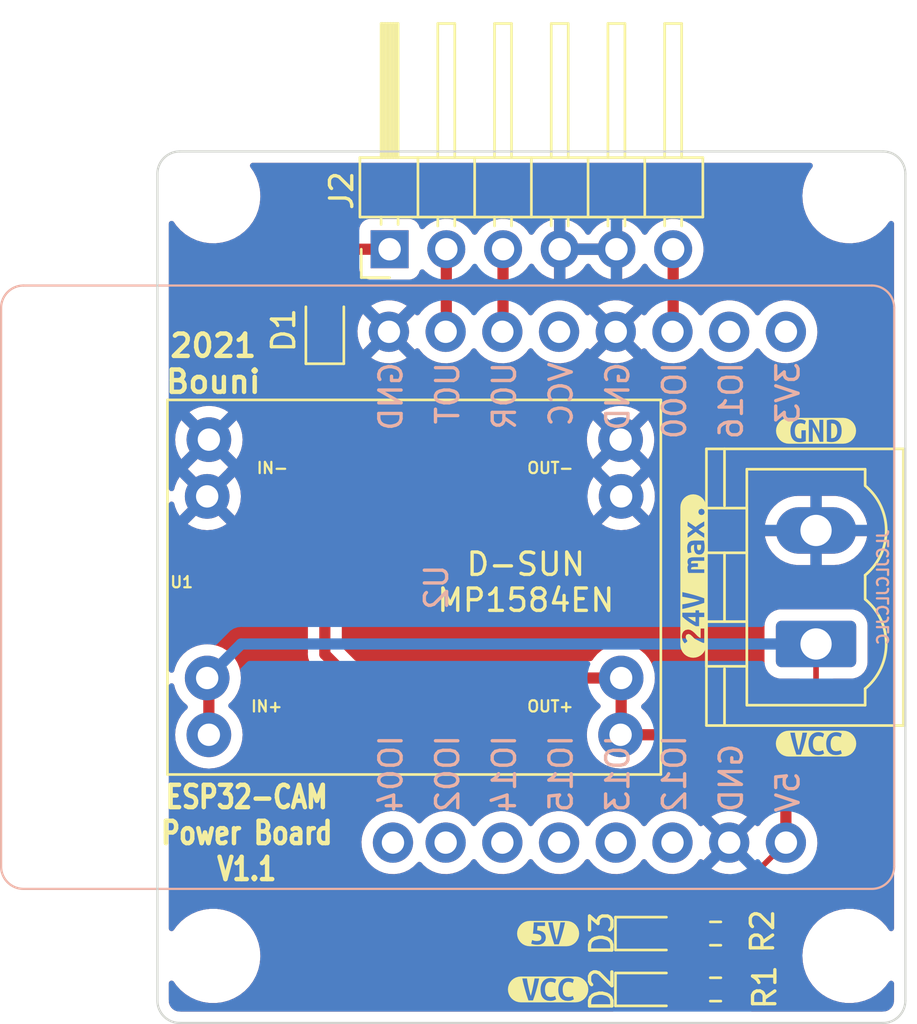
<source format=kicad_pcb>
(kicad_pcb (version 20210722) (generator pcbnew)
  (layers (0 "F.Cu" signal) (31 "B.Cu" signal) (34 "B.Paste" user) (35 "F.Paste" user) (36 "B.SilkS" user "B.Silkscreen") (37 "F.SilkS" user "F.Silkscreen") (38 "B.Mask" user) (39 "F.Mask" user) (44 "Edge.Cuts" user))
  (net 0 "")
  (net 1 "+5V")
  (net 2 "Net-(D1-Pad2)")
  (net 3 "GND")
  (net 4 "Net-(D2-Pad2)")
  (net 5 "Net-(D3-Pad2)")
  (net 6 "VCC")
  (net 7 "TX")
  (net 8 "RX")
  (net 9 "BOOT")
  (footprint "LED_SMD:LED_0603_1608Metric" (layer "F.Cu") (at 72.5 65)
    (fp_text reference "D3" (at -2.1 0 90) (layer "F.SilkS"))
    (fp_text value "LED_G")
    (fp_line (start -1.485 -0.735) (end -1.485 0.735) (layer "F.SilkS") (width 0.12))
    (fp_line (start -1.485 0.735) (end 0.8 0.735) (layer "F.SilkS") (width 0.12))
    (fp_line (start 0.8 -0.735) (end -1.485 -0.735) (layer "F.SilkS") (width 0.12))
    (pad "1" smd roundrect locked (at -0.7875 0) (size 0.875 0.95) (layers "F.Cu" "F.Paste" "F.Mask") (net 3 "GND"))
    (pad "2" smd roundrect locked (at 0.7875 0) (size 0.875 0.95) (layers "F.Cu" "F.Paste" "F.Mask") (net 5 "Net-(D3-Pad2)"))
  )
  (footprint "MountingHole:MountingHole_3.2mm_M3_ISO14580" (layer "F.Cu") (at 53 32)
    (fp_text reference "H4" hide)
    (fp_text value "MountingHole" hide)
    (pad "1" np_thru_hole circle locked (at 0 0) (size 3.2 3.2) (drill 3.2) (layers *.Cu *.Mask))
  )
  (footprint "MountingHole:MountingHole_3.2mm_M3_ISO14580" (layer "F.Cu") (at 53 66)
    (fp_text reference "H3" hide)
    (fp_text value "MountingHole" hide)
    (pad "1" np_thru_hole circle locked (at 0 0) (size 3.2 3.2) (drill 3.2) (layers *.Cu *.Mask))
  )
  (footprint "kibuzzard-611BC015" (layer "F.Cu") (at 68 67.5)
    (fp_text reference "kibuzzard-611BC015" hide)
    (fp_text value "G***" hide)
    (fp_poly (pts (xy -1.1557 -0.578908) (xy -1.1557 -0.490538) (xy -0.949325 -0.490538) (xy -0.937419 -0.408186) (xy -0.92075 -0.313531) (xy -0.900708 -0.211138) (xy -0.878681 -0.105569) (xy -0.854869 0.000794) (xy -0.829469 0.105569) (xy -0.803473 0.204192) (xy -0.777875 0.2921) (xy -0.752475 0.205383) (xy -0.727075 0.107156) (xy -0.702469 0.002381) (xy -0.67945 -0.103981) (xy -0.658019 -0.209748) (xy -0.638175 -0.312738) (xy -0.620713 -0.407988) (xy -0.606425 -0.490538) (xy -0.401638 -0.490538) (xy -0.42287 -0.389731) (xy -0.448469 -0.277813) (xy -0.478234 -0.157361) (xy -0.511969 -0.030956) (xy -0.312341 0.217884) (xy -0.332879 0.115987) (xy -0.339725 0) (xy -0.331391 -0.115491) (xy -0.306388 -0.217488) (xy -0.266502 -0.305395) (xy -0.213519 -0.378619) (xy -0.148431 -0.436563) (xy -0.072231 -0.478631) (xy 0.013295 -0.50423) (xy 0.106363 -0.512763) (xy 0.200819 -0.504031) (xy 0.274638 -0.484188) (xy 0.327819 -0.460375) (xy 0.360363 -0.441325) (xy 0.309563 -0.28575) (xy 0.221456 -0.326231) (xy 0.103188 -0.3429) (xy 0.013494 -0.326231) (xy -0.064294 -0.270669) (xy -0.119856 -0.166688) (xy -0.13593 -0.093663) (xy -0.141288 -0.004763) (xy 0.563563 0.379413) (xy 0.51564 0.305693) (xy 0.481409 0.217884) (xy 0.460871 0.115987) (xy 0.454025 0) (xy 0.462359 -0.115491) (xy 0.487363 -0.217488) (xy 0.527248 -0.305395) (xy 0.580231 -0.378619) (xy 0.645319 -0.436563) (xy 0.721519 -0.478631) (xy 0.807045 -0.50423) (xy 0.900113 -0.512763) (xy 0.994569 -0.504031) (xy 1.068388 -0.484188) (xy 1.121569 -0.460375) (xy 1.154113 -0.441325) (xy 1.103313 -0.28575) (xy 1.015206 -0.326231) (xy 0.896938 -0.3429) (xy 0.807244 -0.326231) (xy 0.729456 -0.270669) (xy 0.673894 -0.166688) (xy 0.65782 -0.093663) (xy 0.652463 -0.004763) (xy 0.658901 0.09869) (xy 0.678215 0.184679) (xy 0.710406 0.253206) (xy 0.786805 0.320477) (xy 0.900113 0.3429) (xy 1.026319 0.325438) (xy 1.106488 0.290513) (xy 1.1557 0.4445) (xy 1.043781 0.491331) (xy 0.96778 0.507405) (xy 0.881063 0.512763) (xy 0.753357 0.497946) (xy 0.647524 0.453496) (xy 0.563563 0.379413) (xy -0.141288 -0.004763) (xy -0.134849 0.09869) (xy -0.115535 0.184679) (xy -0.083344 0.253206) (xy -0.006945 0.320477) (xy 0.106363 0.3429) (xy 0.232569 0.325438) (xy 0.312738 0.290513) (xy 0.36195 0.4445) (xy 0.250031 0.491331) (xy 0.17403 0.507405) (xy 0.087313 0.512763) (xy -0.040393 0.497946) (xy -0.146226 0.453496) (xy -0.230188 0.379413) (xy -0.27811 0.305693) (xy -0.312341 0.217884) (xy -0.511969 -0.030956) (xy -0.536575 0.055827) (xy -0.562769 0.143669) (xy -0.59055 0.232569) (xy -0.619478 0.321028) (xy -0.649111 0.407547) (xy -0.67945 0.492125) (xy -0.881063 0.492125) (xy -0.920353 0.375444) (xy -0.962025 0.244475) (xy -0.990071 0.152488) (xy -1.017058 0.060678) (xy -1.042988 -0.030956) (xy -1.067506 -0.120826) (xy -1.09026 -0.207345) (xy -1.11125 -0.290513) (xy -1.137444 -0.401638) (xy -1.1557 -0.490538) (xy -1.1557 -0.578908) (xy -1.221846 -0.578908) (xy -1.334785 -0.567785) (xy -1.443384 -0.534842) (xy -1.54347 -0.481345) (xy -1.631196 -0.40935) (xy -1.703191 -0.321624) (xy -1.756687 -0.221539) (xy -1.789631 -0.112939) (xy -1.800754 0) (xy -1.789631 0.112939) (xy -1.756687 0.221539) (xy -1.703191 0.321624) (xy -1.631196 0.40935) (xy -1.54347 0.481345) (xy -1.443384 0.534842) (xy -1.334785 0.567785) (xy -1.221846 0.578908) (xy -1.1557 0.578908) (xy 1.1557 0.578908) (xy 1.221846 0.578908) (xy 1.334785 0.567785) (xy 1.443384 0.534842) (xy 1.54347 0.481345) (xy 1.631196 0.40935) (xy 1.703191 0.321624) (xy 1.756687 0.221539) (xy 1.789631 0.112939) (xy 1.800754 0) (xy 1.789631 -0.112939) (xy 1.756687 -0.221539) (xy 1.703191 -0.321624) (xy 1.631196 -0.40935) (xy 1.54347 -0.481345) (xy 1.443384 -0.534842) (xy 1.334785 -0.567785) (xy 1.221846 -0.578908) (xy 1.1557 -0.578908) (xy -1.1557 -0.578908)) (layer "F.SilkS") (width 0) (fill solid))
  )
  (footprint "Resistor_SMD:R_0603_1608Metric" (layer "F.Cu") (at 75.5 67.5 180)
    (fp_text reference "R1" (at -2.2 0.1 90) (layer "F.SilkS"))
    (fp_text value "10k")
    (fp_line (start -0.237258 0.5225) (end 0.237258 0.5225) (layer "F.SilkS") (width 0.12))
    (fp_line (start -0.237258 -0.5225) (end 0.237258 -0.5225) (layer "F.SilkS") (width 0.12))
    (pad "1" smd roundrect locked (at -0.825 0 180) (size 0.8 0.95) (layers "F.Cu" "F.Paste" "F.Mask") (net 6 "VCC"))
    (pad "2" smd roundrect locked (at 0.825 0 180) (size 0.8 0.95) (layers "F.Cu" "F.Paste" "F.Mask") (net 4 "Net-(D2-Pad2)"))
  )
  (footprint "bouni:D-SUN-MP1584EN" (layer "F.Cu") (at 62 49.5)
    (fp_text reference "U1" (at -10.414 -0.224 -180) (layer "F.SilkS") (effects (font (size 0.5 0.5) (thickness 0.1))))
    (fp_text value "D-SUN-MP1584EN")
    (fp_text user "OUT-" (at 6.096 -5.334 -180) (layer "F.SilkS") (effects (font (size 0.5 0.5) (thickness 0.1))))
    (fp_text user "IN-" (at -6.35 -5.334 -180) (layer "F.SilkS") (effects (font (size 0.5 0.5) (thickness 0.1))))
    (fp_text user "IN+" (at -6.604 5.334 -180) (layer "F.SilkS") (effects (font (size 0.5 0.5) (thickness 0.1))))
    (fp_text user "OUT+" (at 6.096 5.334 -180) (layer "F.SilkS") (effects (font (size 0.5 0.5) (thickness 0.1))))
    (fp_line (start 11.049 -8.382) (end 11.049 8.382) (layer "F.SilkS") (width 0.12))
    (fp_line (start -11.049 -8.382) (end 11.049 -8.382) (layer "F.SilkS") (width 0.12))
    (fp_line (start 11.049 8.382) (end -11.049 8.382) (layer "F.SilkS") (width 0.12))
    (fp_line (start -11.049 8.382) (end -11.049 -8.382) (layer "F.SilkS") (width 0.12))
    (pad "1" thru_hole circle locked (at -9.1948 -6.604) (size 2 2) (drill 1) (layers *.Cu *.Mask) (net 3 "GND"))
    (pad "2" thru_hole circle locked (at -9.271 -4.064) (size 2 2) (drill 1) (layers *.Cu *.Mask) (net 3 "GND"))
    (pad "3" thru_hole circle locked (at -9.271 4.064) (size 2 2) (drill 1) (layers *.Cu *.Mask) (net 6 "VCC"))
    (pad "4" thru_hole circle locked (at -9.1948 6.604) (size 2 2) (drill 1) (layers *.Cu *.Mask) (net 6 "VCC"))
    (pad "5" thru_hole circle locked (at 9.2456 -6.604) (size 2 2) (drill 1) (layers *.Cu *.Mask) (net 3 "GND"))
    (pad "6" thru_hole circle locked (at 9.271 -4.064) (size 2 2) (drill 1) (layers *.Cu *.Mask) (net 3 "GND"))
    (pad "7" thru_hole circle locked (at 9.271 4.064) (size 2 2) (drill 1) (layers *.Cu *.Mask) (net 1 "+5V"))
    (pad "8" thru_hole circle locked (at 9.2456 6.604) (size 2 2) (drill 1) (layers *.Cu *.Mask) (net 1 "+5V"))
  )
  (footprint "Resistor_SMD:R_0603_1608Metric" (layer "F.Cu") (at 75.5 65 180)
    (fp_text reference "R2" (at -2.1 0.1 90) (layer "F.SilkS"))
    (fp_text value "10k")
    (fp_line (start -0.237258 -0.5225) (end 0.237258 -0.5225) (layer "F.SilkS") (width 0.12))
    (fp_line (start -0.237258 0.5225) (end 0.237258 0.5225) (layer "F.SilkS") (width 0.12))
    (pad "1" smd roundrect locked (at -0.825 0 180) (size 0.8 0.95) (layers "F.Cu" "F.Paste" "F.Mask") (net 1 "+5V"))
    (pad "2" smd roundrect locked (at 0.825 0 180) (size 0.8 0.95) (layers "F.Cu" "F.Paste" "F.Mask") (net 5 "Net-(D3-Pad2)"))
  )
  (footprint "LED_SMD:LED_0603_1608Metric" (layer "F.Cu") (at 72.5 67.5)
    (fp_text reference "D2" (at -2.1 0 90) (layer "F.SilkS"))
    (fp_text value "LED_R")
    (fp_line (start -1.485 0.735) (end 0.8 0.735) (layer "F.SilkS") (width 0.12))
    (fp_line (start 0.8 -0.735) (end -1.485 -0.735) (layer "F.SilkS") (width 0.12))
    (fp_line (start -1.485 -0.735) (end -1.485 0.735) (layer "F.SilkS") (width 0.12))
    (pad "1" smd roundrect locked (at -0.7875 0) (size 0.875 0.95) (layers "F.Cu" "F.Paste" "F.Mask") (net 3 "GND"))
    (pad "2" smd roundrect locked (at 0.7875 0) (size 0.875 0.95) (layers "F.Cu" "F.Paste" "F.Mask") (net 4 "Net-(D2-Pad2)"))
  )
  (footprint "Connector_Phoenix_MSTB:PhoenixContact_MSTBVA_2,5_2-G-5,08_1x02_P5.08mm_Vertical" (layer "F.Cu") (at 80 52.04 90)
    (fp_text reference "J1" hide)
    (fp_text value "Conn_01x02_Female" hide)
    (fp_line (start -0.3 -5.71) (end 0.3 -5.71) (layer "F.SilkS") (width 0.12))
    (fp_line (start -2 2.2) (end -2.74 2.2) (layer "F.SilkS") (width 0.12))
    (fp_line (start 4.08 -3.1) (end 4.08 -4.91) (layer "F.SilkS") (width 0.12))
    (fp_line (start 0 -5.11) (end -0.3 -5.71) (layer "F.SilkS") (width 0.12))
    (fp_line (start 8.73 -4.91) (end -3.65 -4.91) (layer "F.SilkS") (width 0.12))
    (fp_line (start 7.82 2.2) (end 7.08 2.2) (layer "F.SilkS") (width 0.12))
    (fp_line (start -3.65 3.91) (end 8.73 3.91) (layer "F.SilkS") (width 0.12))
    (fp_line (start 4.08 -4.91) (end 6.08 -4.91) (layer "F.SilkS") (width 0.12))
    (fp_line (start 2 2.2) (end 3.08 2.2) (layer "F.SilkS") (width 0.12))
    (fp_line (start 1 -3.1) (end -1 -3.1) (layer "F.SilkS") (width 0.12))
    (fp_line (start -2.74 -3.1) (end 7.82 -3.1) (layer "F.SilkS") (width 0.12))
    (fp_line (start 6.08 -4.91) (end 6.08 -3.1) (layer "F.SilkS") (width 0.12))
    (fp_line (start -1 -3.1) (end -1 -4.91) (layer "F.SilkS") (width 0.12))
    (fp_line (start -1 -4.91) (end 1 -4.91) (layer "F.SilkS") (width 0.12))
    (fp_line (start 7.82 -3.1) (end 7.82 2.2) (layer "F.SilkS") (width 0.12))
    (fp_line (start -2.74 2.2) (end -2.74 -3.1) (layer "F.SilkS") (width 0.12))
    (fp_line (start -3.65 -4.1) (end -1.11 -4.1) (layer "F.SilkS") (width 0.12))
    (fp_line (start -3.65 -4.91) (end -3.65 3.91) (layer "F.SilkS") (width 0.12))
    (fp_line (start 8.73 -4.1) (end 6.19 -4.1) (layer "F.SilkS") (width 0.12))
    (fp_line (start 1 -4.91) (end 1 -3.1) (layer "F.SilkS") (width 0.12))
    (fp_line (start 6.08 -3.1) (end 4.08 -3.1) (layer "F.SilkS") (width 0.12))
    (fp_line (start 8.73 3.91) (end 8.73 -4.91) (layer "F.SilkS") (width 0.12))
    (fp_line (start 0.3 -5.71) (end 0 -5.11) (layer "F.SilkS") (width 0.12))
    (fp_line (start 1 -4.1) (end 4.08 -4.1) (layer "F.SilkS") (width 0.12))
    (fp_arc (start 0 0.55) (end -2 2.2) (angle -100.5) (layer "F.SilkS") (width 0.12))
    (fp_arc (start 5.08 0.55) (end 3.08 2.2) (angle -100.5) (layer "F.SilkS") (width 0.12))
    (pad "1" thru_hole roundrect locked (at 0 0 90) (size 2.08 3.6) (drill 1.4) (layers *.Cu *.Mask) (roundrect_rratio 0.120192) (net 6 "VCC"))
    (pad "2" thru_hole oval locked (at 5.08 0 90) (size 2.08 3.6) (drill 1.4) (layers *.Cu *.Mask) (net 3 "GND"))
  )
  (footprint "Connector_PinHeader_2.54mm:PinHeader_1x06_P2.54mm_Horizontal" (layer "F.Cu") (at 60.9 34.375 90)
    (fp_text reference "J2" (at 2.625 -2.15 90) (layer "F.SilkS"))
    (fp_text value "Conn_01x06_Male")
    (fp_line (start 10.1 0.38) (end 4.1 0.38) (layer "F.SilkS") (width 0.12))
    (fp_line (start 10.1 12.32) (end 10.1 13.08) (layer "F.SilkS") (width 0.12))
    (fp_line (start 1.042929 12.32) (end 1.44 12.32) (layer "F.SilkS") (width 0.12))
    (fp_line (start 1.11 -0.38) (end 1.44 -0.38) (layer "F.SilkS") (width 0.12))
    (fp_line (start 1.042929 7.24) (end 1.44 7.24) (layer "F.SilkS") (width 0.12))
    (fp_line (start -1.27 0) (end -1.27 -1.27) (layer "F.SilkS") (width 0.12))
    (fp_line (start 4.1 4.7) (end 10.1 4.7) (layer "F.SilkS") (width 0.12))
    (fp_line (start 1.042929 10.54) (end 1.44 10.54) (layer "F.SilkS") (width 0.12))
    (fp_line (start 4.1 -1.33) (end 1.44 -1.33) (layer "F.SilkS") (width 0.12))
    (fp_line (start 4.1 0.16) (end 10.1 0.16) (layer "F.SilkS") (width 0.12))
    (fp_line (start 10.1 10.54) (end 4.1 10.54) (layer "F.SilkS") (width 0.12))
    (fp_line (start 10.1 9.78) (end 10.1 10.54) (layer "F.SilkS") (width 0.12))
    (fp_line (start 1.44 1.27) (end 4.1 1.27) (layer "F.SilkS") (width 0.12))
    (fp_line (start 1.44 8.89) (end 4.1 8.89) (layer "F.SilkS") (width 0.12))
    (fp_line (start 1.44 6.35) (end 4.1 6.35) (layer "F.SilkS") (width 0.12))
    (fp_line (start 10.1 4.7) (end 10.1 5.46) (layer "F.SilkS") (width 0.12))
    (fp_line (start 10.1 8) (end 4.1 8) (layer "F.SilkS") (width 0.12))
    (fp_line (start 1.042929 2.92) (end 1.44 2.92) (layer "F.SilkS") (width 0.12))
    (fp_line (start 1.44 11.43) (end 4.1 11.43) (layer "F.SilkS") (width 0.12))
    (fp_line (start 4.1 -0.38) (end 10.1 -0.38) (layer "F.SilkS") (width 0.12))
    (fp_line (start 1.11 0.38) (end 1.44 0.38) (layer "F.SilkS") (width 0.12))
    (fp_line (start 4.1 12.32) (end 10.1 12.32) (layer "F.SilkS") (width 0.12))
    (fp_line (start 10.1 -0.38) (end 10.1 0.38) (layer "F.SilkS") (width 0.12))
    (fp_line (start 1.44 -1.33) (end 1.44 14.03) (layer "F.SilkS") (width 0.12))
    (fp_line (start 1.042929 8) (end 1.44 8) (layer "F.SilkS") (width 0.12))
    (fp_line (start 1.44 14.03) (end 4.1 14.03) (layer "F.SilkS") (width 0.12))
    (fp_line (start 10.1 13.08) (end 4.1 13.08) (layer "F.SilkS") (width 0.12))
    (fp_line (start 1.042929 2.16) (end 1.44 2.16) (layer "F.SilkS") (width 0.12))
    (fp_line (start 1.44 3.81) (end 4.1 3.81) (layer "F.SilkS") (width 0.12))
    (fp_line (start 1.042929 4.7) (end 1.44 4.7) (layer "F.SilkS") (width 0.12))
    (fp_line (start 4.1 -0.2) (end 10.1 -0.2) (layer "F.SilkS") (width 0.12))
    (fp_line (start 1.042929 5.46) (end 1.44 5.46) (layer "F.SilkS") (width 0.12))
    (fp_line (start 10.1 5.46) (end 4.1 5.46) (layer "F.SilkS") (width 0.12))
    (fp_line (start 4.1 0.04) (end 10.1 0.04) (layer "F.SilkS") (width 0.12))
    (fp_line (start 4.1 7.24) (end 10.1 7.24) (layer "F.SilkS") (width 0.12))
    (fp_line (start 4.1 -0.32) (end 10.1 -0.32) (layer "F.SilkS") (width 0.12))
    (fp_line (start 10.1 2.16) (end 10.1 2.92) (layer "F.SilkS") (width 0.12))
    (fp_line (start 10.1 7.24) (end 10.1 8) (layer "F.SilkS") (width 0.12))
    (fp_line (start -1.27 -1.27) (end 0 -1.27) (layer "F.SilkS") (width 0.12))
    (fp_line (start 1.042929 13.08) (end 1.44 13.08) (layer "F.SilkS") (width 0.12))
    (fp_line (start 10.1 2.92) (end 4.1 2.92) (layer "F.SilkS") (width 0.12))
    (fp_line (start 4.1 -0.08) (end 10.1 -0.08) (layer "F.SilkS") (width 0.12))
    (fp_line (start 4.1 0.28) (end 10.1 0.28) (layer "F.SilkS") (width 0.12))
    (fp_line (start 4.1 14.03) (end 4.1 -1.33) (layer "F.SilkS") (width 0.12))
    (fp_line (start 1.042929 9.78) (end 1.44 9.78) (layer "F.SilkS") (width 0.12))
    (fp_line (start 4.1 9.78) (end 10.1 9.78) (layer "F.SilkS") (width 0.12))
    (fp_line (start 4.1 2.16) (end 10.1 2.16) (layer "F.SilkS") (width 0.12))
    (pad "1" thru_hole rect locked (at 0 0 90) (size 1.7 1.7) (drill 1) (layers *.Cu *.Mask) (net 2 "Net-(D1-Pad2)"))
    (pad "2" thru_hole oval locked (at 0 2.54 90) (size 1.7 1.7) (drill 1) (layers *.Cu *.Mask) (net 7 "TX"))
    (pad "3" thru_hole oval locked (at 0 5.08 90) (size 1.7 1.7) (drill 1) (layers *.Cu *.Mask) (net 8 "RX"))
    (pad "4" thru_hole oval locked (at 0 7.62 90) (size 1.7 1.7) (drill 1) (layers *.Cu *.Mask) (net 3 "GND"))
    (pad "5" thru_hole oval locked (at 0 10.16 90) (size 1.7 1.7) (drill 1) (layers *.Cu *.Mask) (net 3 "GND"))
    (pad "6" thru_hole oval locked (at 0 12.7 90) (size 1.7 1.7) (drill 1) (layers *.Cu *.Mask) (net 9 "BOOT"))
  )
  (footprint "kibuzzard-611BBF3F" (layer "F.Cu") (at 80 42.5)
    (fp_text reference "kibuzzard-611BBF3F" hide)
    (fp_text value "G***" hide)
    (fp_poly (pts (xy -1.147763 -0.578908) (xy -0.961628 -0.439539) (xy -0.889 -0.480219) (xy -0.808434 -0.504627) (xy -0.722313 -0.512763) (xy -0.619919 -0.504031) (xy -0.541338 -0.484188) (xy -0.486569 -0.460375) (xy -0.454025 -0.441325) (xy -0.504825 -0.28575) (xy -0.59055 -0.325438) (xy -0.695325 -0.3429) (xy -0.8128 -0.3175) (xy -0.891381 -0.246856) (xy -0.935831 -0.138906) (xy -0.945952 -0.072827) (xy -0.949325 0) (xy -0.943151 0.107156) (xy -0.924631 0.193675) (xy -0.893763 0.259556) (xy -0.825103 0.322064) (xy -0.73025 0.3429) (xy -0.69215 0.341313) (xy -0.65405 0.33655) (xy -0.65405 -0.022225) (xy -0.458788 -0.022225) (xy -0.32385 0.492125) (xy -0.32385 -0.490538) (xy -0.166688 -0.490538) (xy -0.122238 -0.417711) (xy -0.077788 -0.338931) (xy -0.033933 -0.257373) (xy 0.008731 -0.176213) (xy 0.049213 -0.096441) (xy 0.086519 -0.01905) (xy 0.119658 0.052388) (xy 0.147638 0.1143) (xy 0.147638 -0.490538) (xy 0.32385 -0.490538) (xy 0.4826 0.481013) (xy 0.4826 -0.477838) (xy 0.608013 -0.496888) (xy 0.71755 -0.50165) (xy 0.81022 -0.494506) (xy 0.894556 -0.473075) (xy 0.968573 -0.436364) (xy 1.030288 -0.383381) (xy 1.079698 -0.313928) (xy 1.116806 -0.227806) (xy 1.140023 -0.123627) (xy 1.147763 0) (xy 1.13923 0.126405) (xy 1.113631 0.232569) (xy 1.072952 0.319683) (xy 1.019175 0.388938) (xy 0.953095 0.441127) (xy 0.875506 0.477044) (xy 0.787995 0.49788) (xy 0.69215 0.504825) (xy 0.589756 0.499269) (xy 0.4826 0.481013) (xy 0.32385 -0.490538) (xy 0.32385 0.492125) (xy 0.166688 0.492125) (xy 0.120915 0.383205) (xy 0.072496 0.274461) (xy 0.021431 0.165894) (xy -0.032279 0.057326) (xy -0.088635 -0.051417) (xy -0.147638 -0.160338) (xy -0.147638 0.492125) (xy -0.32385 0.492125) (xy -0.458788 -0.022225) (xy -0.458788 0.468313) (xy -0.567531 0.496888) (xy -0.649089 0.508794) (xy -0.746125 0.512763) (xy -0.833636 0.504627) (xy -0.912019 0.480219) (xy -0.98048 0.439738) (xy -1.038225 0.383381) (xy -1.084659 0.31115) (xy -1.119188 0.223044) (xy -1.140619 0.119261) (xy -1.147763 0) (xy -1.139428 -0.11807) (xy -1.114425 -0.221456) (xy -1.075134 -0.309761) (xy -1.023938 -0.382588) (xy -0.961628 -0.439539) (xy -1.147763 -0.578908) (xy -1.213908 -0.578908) (xy -1.326848 -0.567785) (xy -1.435447 -0.534842) (xy -1.535533 -0.481345) (xy -1.623258 -0.40935) (xy -1.695253 -0.321624) (xy -1.74875 -0.221539) (xy -1.781693 -0.112939) (xy -1.792817 0) (xy -1.781693 0.112939) (xy -1.74875 0.221539) (xy -1.695253 0.321624) (xy -1.623258 0.40935) (xy -1.535533 0.481345) (xy -1.435447 0.534842) (xy -1.326848 0.567785) (xy -1.213908 0.578908) (xy -1.147763 0.578908) (xy 1.147763 0.578908) (xy 1.213908 0.578908) (xy 1.326848 0.567785) (xy 1.435447 0.534842) (xy 1.535533 0.481345) (xy 1.623258 0.40935) (xy 1.695253 0.321624) (xy 1.74875 0.221539) (xy 1.781693 0.112939) (xy 1.792817 0) (xy 1.781693 -0.112939) (xy 1.74875 -0.221539) (xy 1.695253 -0.321624) (xy 1.623258 -0.40935) (xy 1.535533 -0.481345) (xy 1.435447 -0.534842) (xy 1.326848 -0.567785) (xy 1.213908 -0.578908) (xy 1.147763 -0.578908) (xy -1.147763 -0.578908)) (layer "F.SilkS") (width 0) (fill solid))
    (fp_poly (pts (xy 0.677863 0.333375) (xy 0.695325 0.334963) (xy 0.712788 0.334963) (xy 0.824706 0.309563) (xy 0.897731 0.239713) (xy 0.937419 0.134144) (xy 0.946348 0.070048) (xy 0.949325 0) (xy 0.9398 -0.123825) (xy 0.906463 -0.230188) (xy 0.841375 -0.304006) (xy 0.735013 -0.331788) (xy 0.706438 -0.330994) (xy 0.677863 -0.327025) (xy 0.677863 0.333375)) (layer "F.SilkS") (width 0) (fill solid))
  )
  (footprint "kibuzzard-611BBF47" (layer "F.Cu") (at 80 56.5)
    (fp_text reference "kibuzzard-611BBF47" hide)
    (fp_text value "G***" hide)
    (fp_poly (pts (xy -1.1557 -0.578908) (xy -1.1557 -0.490538) (xy -0.949325 -0.490538) (xy -0.937419 -0.408186) (xy -0.92075 -0.313531) (xy -0.900708 -0.211138) (xy -0.878681 -0.105569) (xy -0.854869 0.000794) (xy -0.829469 0.105569) (xy -0.803473 0.204192) (xy -0.777875 0.2921) (xy -0.752475 0.205383) (xy -0.727075 0.107156) (xy -0.702469 0.002381) (xy -0.67945 -0.103981) (xy -0.658019 -0.209748) (xy -0.638175 -0.312738) (xy -0.620713 -0.407988) (xy -0.606425 -0.490538) (xy -0.401638 -0.490538) (xy -0.42287 -0.389731) (xy -0.448469 -0.277813) (xy -0.478234 -0.157361) (xy -0.511969 -0.030956) (xy -0.312341 0.217884) (xy -0.332879 0.115987) (xy -0.339725 0) (xy -0.331391 -0.115491) (xy -0.306388 -0.217488) (xy -0.266502 -0.305395) (xy -0.213519 -0.378619) (xy -0.148431 -0.436563) (xy -0.072231 -0.478631) (xy 0.013295 -0.50423) (xy 0.106363 -0.512763) (xy 0.200819 -0.504031) (xy 0.274638 -0.484188) (xy 0.327819 -0.460375) (xy 0.360363 -0.441325) (xy 0.309563 -0.28575) (xy 0.221456 -0.326231) (xy 0.103188 -0.3429) (xy 0.013494 -0.326231) (xy -0.064294 -0.270669) (xy -0.119856 -0.166688) (xy -0.13593 -0.093663) (xy -0.141288 -0.004763) (xy 0.563563 0.379413) (xy 0.51564 0.305693) (xy 0.481409 0.217884) (xy 0.460871 0.115987) (xy 0.454025 0) (xy 0.462359 -0.115491) (xy 0.487363 -0.217488) (xy 0.527248 -0.305395) (xy 0.580231 -0.378619) (xy 0.645319 -0.436563) (xy 0.721519 -0.478631) (xy 0.807045 -0.50423) (xy 0.900113 -0.512763) (xy 0.994569 -0.504031) (xy 1.068388 -0.484188) (xy 1.121569 -0.460375) (xy 1.154113 -0.441325) (xy 1.103313 -0.28575) (xy 1.015206 -0.326231) (xy 0.896938 -0.3429) (xy 0.807244 -0.326231) (xy 0.729456 -0.270669) (xy 0.673894 -0.166688) (xy 0.65782 -0.093663) (xy 0.652463 -0.004763) (xy 0.658901 0.09869) (xy 0.678215 0.184679) (xy 0.710406 0.253206) (xy 0.786805 0.320477) (xy 0.900113 0.3429) (xy 1.026319 0.325438) (xy 1.106488 0.290513) (xy 1.1557 0.4445) (xy 1.043781 0.491331) (xy 0.96778 0.507405) (xy 0.881063 0.512763) (xy 0.753357 0.497946) (xy 0.647524 0.453496) (xy 0.563563 0.379413) (xy -0.141288 -0.004763) (xy -0.134849 0.09869) (xy -0.115535 0.184679) (xy -0.083344 0.253206) (xy -0.006945 0.320477) (xy 0.106363 0.3429) (xy 0.232569 0.325438) (xy 0.312738 0.290513) (xy 0.36195 0.4445) (xy 0.250031 0.491331) (xy 0.17403 0.507405) (xy 0.087313 0.512763) (xy -0.040393 0.497946) (xy -0.146226 0.453496) (xy -0.230188 0.379413) (xy -0.27811 0.305693) (xy -0.312341 0.217884) (xy -0.511969 -0.030956) (xy -0.536575 0.055827) (xy -0.562769 0.143669) (xy -0.59055 0.232569) (xy -0.619478 0.321028) (xy -0.649111 0.407547) (xy -0.67945 0.492125) (xy -0.881063 0.492125) (xy -0.920353 0.375444) (xy -0.962025 0.244475) (xy -0.990071 0.152488) (xy -1.017058 0.060678) (xy -1.042988 -0.030956) (xy -1.067506 -0.120826) (xy -1.09026 -0.207345) (xy -1.11125 -0.290513) (xy -1.137444 -0.401638) (xy -1.1557 -0.490538) (xy -1.1557 -0.578908) (xy -1.221846 -0.578908) (xy -1.334785 -0.567785) (xy -1.443384 -0.534842) (xy -1.54347 -0.481345) (xy -1.631196 -0.40935) (xy -1.703191 -0.321624) (xy -1.756687 -0.221539) (xy -1.789631 -0.112939) (xy -1.800754 0) (xy -1.789631 0.112939) (xy -1.756687 0.221539) (xy -1.703191 0.321624) (xy -1.631196 0.40935) (xy -1.54347 0.481345) (xy -1.443384 0.534842) (xy -1.334785 0.567785) (xy -1.221846 0.578908) (xy -1.1557 0.578908) (xy 1.1557 0.578908) (xy 1.221846 0.578908) (xy 1.334785 0.567785) (xy 1.443384 0.534842) (xy 1.54347 0.481345) (xy 1.631196 0.40935) (xy 1.703191 0.321624) (xy 1.756687 0.221539) (xy 1.789631 0.112939) (xy 1.800754 0) (xy 1.789631 -0.112939) (xy 1.756687 -0.221539) (xy 1.703191 -0.321624) (xy 1.631196 -0.40935) (xy 1.54347 -0.481345) (xy 1.443384 -0.534842) (xy 1.334785 -0.567785) (xy 1.221846 -0.578908) (xy 1.1557 -0.578908) (xy -1.1557 -0.578908)) (layer "F.SilkS") (width 0) (fill solid))
  )
  (footprint "MountingHole:MountingHole_3.2mm_M3_ISO14580" (layer "F.Cu") (at 81.5 66)
    (fp_text reference "H1" hide)
    (fp_text value "MountingHole" hide)
    (pad "1" np_thru_hole circle locked (at 0 0) (size 3.2 3.2) (drill 3.2) (layers *.Cu *.Mask))
  )
  (footprint "Diode_SMD:D_SOD-323" (layer "F.Cu") (at 58 38 90)
    (fp_text reference "D1" (at 0 -1.85 90) (layer "F.SilkS"))
    (fp_text value "1N4148WS")
    (fp_line (start -1.5 -0.85) (end -1.5 0.85) (layer "F.SilkS") (width 0.12))
    (fp_line (start -1.5 0.85) (end 1.05 0.85) (layer "F.SilkS") (width 0.12))
    (fp_line (start -1.5 -0.85) (end 1.05 -0.85) (layer "F.SilkS") (width 0.12))
    (pad "1" smd rect locked (at -1.05 0 90) (size 0.6 0.45) (layers "F.Cu" "F.Paste" "F.Mask") (net 1 "+5V"))
    (pad "2" smd rect locked (at 1.05 0 90) (size 0.6 0.45) (layers "F.Cu" "F.Paste" "F.Mask") (net 2 "Net-(D1-Pad2)"))
  )
  (footprint "kibuzzard-611BC02E" (layer "F.Cu") (at 74.5 49 90)
    (fp_text reference "kibuzzard-611BC02E" hide)
    (fp_text value "G***" hide)
    (fp_poly (pts (xy -3.013869 -0.577321) (xy -2.867025 -0.479425) (xy -2.78388 -0.503238) (xy -2.701131 -0.511175) (xy -2.585244 -0.493713) (xy -2.486819 -0.441325) (xy -1.878806 -0.421283) (xy -1.815306 -0.48895) (xy -1.640681 -0.48895) (xy -1.640681 0.1016) (xy -1.534319 0.1016) (xy -1.534319 0.261938) (xy -1.199356 0.493713) (xy -1.238647 0.377031) (xy -1.280319 0.246063) (xy -1.308365 0.154076) (xy -1.335352 0.062265) (xy -1.361281 -0.029369) (xy -1.385799 -0.119239) (xy -1.408553 -0.205758) (xy -1.429544 -0.288925) (xy -1.455738 -0.40005) (xy -1.473994 -0.48895) (xy -1.267619 -0.48895) (xy -1.255713 -0.406598) (xy -1.239044 -0.311944) (xy -1.219002 -0.20955) (xy -1.196975 -0.103981) (xy -1.173163 0.002381) (xy -1.147763 0.107156) (xy -1.121767 0.20578) (xy -1.096169 0.293688) (xy -1.070769 0.20697) (xy -1.045369 0.108744) (xy -1.020763 0.003969) (xy -0.997744 -0.102394) (xy -0.976313 -0.208161) (xy -0.956469 -0.31115) (xy -0.939006 -0.4064) (xy -0.924719 -0.48895) (xy -0.719931 -0.48895) (xy -0.741164 -0.388144) (xy 0.637381 -0.26035) (xy 0.738981 -0.2413) (xy 1.129506 -0.261144) (xy 1.197372 -0.268883) (xy 1.267619 -0.271463) (xy 1.351955 -0.266105) (xy 1.420812 -0.250031) (xy 1.518444 -0.189706) (xy 1.570831 -0.094456) (xy 1.975644 0.109538) (xy 1.713706 -0.252412) (xy 1.918494 -0.252412) (xy 2.083594 -0.01905) (xy 2.235994 -0.252412) (xy 2.434431 -0.252412) (xy 2.193131 0.106363) (xy 2.741612 0.308769) (xy 2.773362 0.265113) (xy 2.818606 0.238125) (xy 2.872581 0.2286) (xy 2.971006 0.265113) (xy 3.013869 0.3683) (xy 2.971006 0.474663) (xy 2.872581 0.511175) (xy 2.818606 0.50165) (xy 2.773362 0.473869) (xy 2.741612 0.429419) (xy 2.729706 0.3683) (xy 2.741612 0.308769) (xy 2.193131 0.106363) (xy 2.267744 0.203994) (xy 2.337594 0.307975) (xy 2.397919 0.407988) (xy 2.443956 0.493713) (xy 2.240756 0.493713) (xy 2.197894 0.417116) (xy 2.155031 0.34925) (xy 2.113359 0.288925) (xy 2.074069 0.23495) (xy 2.028825 0.297656) (xy 1.988344 0.358775) (xy 1.949847 0.422672) (xy 1.910556 0.493713) (xy 1.712119 0.493713) (xy 1.766887 0.400844) (xy 1.831975 0.302419) (xy 1.903412 0.2032) (xy 1.975644 0.109538) (xy 1.570831 -0.094456) (xy 1.586706 0.03175) (xy 1.586706 0.47625) (xy 1.459706 0.498475) (xy 1.370409 0.508) (xy 1.270794 0.511175) (xy 1.141412 0.498475) (xy 1.042194 0.456406) (xy 0.978694 0.380206) (xy 0.956469 0.265113) (xy 0.981869 0.155575) (xy 1.050131 0.084138) (xy 1.148556 0.045244) (xy 1.264444 0.033338) (xy 1.336278 0.036513) (xy 1.399381 0.046038) (xy 1.399381 0.022225) (xy 1.364456 -0.070644) (xy 1.316831 -0.098623) (xy 1.243806 -0.10795) (xy 1.13665 -0.100013) (xy 1.053306 -0.080963) (xy 1.026319 -0.238125) (xy 1.129506 -0.261144) (xy 0.738981 -0.2413) (xy 0.801687 -0.18415) (xy 0.832644 -0.088106) (xy 0.838597 -0.025202) (xy 0.840581 0.047625) (xy 0.840581 0.493713) (xy 0.681831 0.493713) (xy 0.681831 0.0381) (xy 0.676275 -0.033338) (xy 0.661987 -0.074613) (xy 0.64135 -0.093663) (xy 0.616744 -0.098425) (xy 0.586581 -0.096044) (xy 0.558006 -0.087313) (xy 0.565944 -0.020638) (xy 0.569119 0.060325) (xy 0.569119 0.20955) (xy 0.410369 0.20955) (xy 0.410369 0.0381) (xy 0.395287 -0.068263) (xy 0.346869 -0.098425) (xy 0.32385 -0.096838) (xy 0.297656 -0.092075) (xy 0.297656 0.493713) (xy 0.138906 0.493713) (xy 0.138906 -0.223838) (xy 0.261144 -0.250825) (xy 0.367506 -0.26035) (xy 0.441325 -0.250031) (xy 0.497681 -0.2159) (xy 0.561181 -0.246856) (xy 0.637381 -0.26035) (xy -0.741164 -0.388144) (xy -0.766763 -0.276225) (xy -0.796528 -0.155773) (xy -0.830263 -0.029369) (xy -0.854869 0.057415) (xy -0.881063 0.145256) (xy -0.908844 0.234156) (xy -0.937772 0.322615) (xy -0.967405 0.409134) (xy -0.997744 0.493713) (xy -1.199356 0.493713) (xy -1.534319 0.261938) (xy -1.640681 0.261938) (xy -1.640681 0.493713) (xy -1.835944 0.493713) (xy -1.835944 0.261938) (xy -2.245519 0.261938) (xy -2.245519 0.119063) (xy -2.210991 0.052983) (xy -2.167731 -0.021431) (xy -2.117725 -0.101005) (xy -2.062956 -0.182563) (xy -2.004219 -0.264517) (xy -1.942306 -0.345281) (xy -1.878806 -0.421283) (xy -2.486819 -0.441325) (xy -2.418556 -0.353219) (xy -2.393156 -0.230188) (xy -2.412206 -0.132556) (xy -2.463006 -0.041275) (xy -2.534444 0.04445) (xy -2.615406 0.123825) (xy -2.663031 0.169069) (xy -2.713831 0.223044) (xy -2.754313 0.2794) (xy -2.770981 0.331788) (xy -2.348706 0.331788) (xy -2.348706 0.493713) (xy -2.990056 0.493713) (xy -2.994025 0.454025) (xy -2.993231 0.420688) (xy -2.985889 0.344488) (xy -2.963863 0.274638) (xy -2.930525 0.210542) (xy -2.88925 0.151606) (xy -2.842419 0.097234) (xy -2.792413 0.046831) (xy -2.742406 -0.000595) (xy -2.695575 -0.046038) (xy -2.620963 -0.131763) (xy -2.591594 -0.2159) (xy -2.628106 -0.308769) (xy -2.720181 -0.341313) (xy -2.817019 -0.319088) (xy -2.917031 -0.244475) (xy -3.013869 -0.381) (xy -2.945408 -0.438944) (xy -2.867025 -0.479425) (xy -3.013869 -0.577321) (xy -3.080015 -0.577321) (xy -3.192644 -0.566228) (xy -3.300946 -0.533375) (xy -3.400757 -0.480025) (xy -3.488242 -0.408227) (xy -3.560039 -0.320742) (xy -3.613389 -0.220931) (xy -3.646242 -0.11263) (xy -3.657335 0) (xy -3.646242 0.11263) (xy -3.613389 0.220931) (xy -3.560039 0.320742) (xy -3.488242 0.408227) (xy -3.400757 0.480025) (xy -3.300946 0.533375) (xy -3.192644 0.566228) (xy -3.080015 0.577321) (xy -3.013869 0.577321) (xy 3.013869 0.577321) (xy 3.080015 0.577321) (xy 3.192644 0.566228) (xy 3.300946 0.533375) (xy 3.400757 0.480025) (xy 3.488242 0.408227) (xy 3.560039 0.320742) (xy 3.613389 0.220931) (xy 3.646242 0.11263) (xy 3.657335 0) (xy 3.646242 -0.11263) (xy 3.613389 -0.220931) (xy 3.560039 -0.320742) (xy 3.488242 -0.408227) (xy 3.400757 -0.480025) (xy 3.300946 -0.533375) (xy 3.192644 -0.566228) (xy 3.080015 -0.577321) (xy 3.013869 -0.577321) (xy -3.013869 -0.577321)) (layer "F.SilkS") (width 0) (fill solid))
    (fp_poly (pts (xy -1.835944 -0.244475) (xy -1.894681 -0.166688) (xy -1.954213 -0.080169) (xy -2.010569 0.011113) (xy -2.058194 0.1016) (xy -1.835944 0.1016) (xy -1.835944 -0.244475)) (layer "F.SilkS") (width 0) (fill solid))
    (fp_poly (pts (xy 1.285081 0.354013) (xy 1.346994 0.353219) (xy 1.399381 0.34925) (xy 1.399381 0.1778) (xy 1.353344 0.172244) (xy 1.304131 0.169863) (xy 1.245394 0.173831) (xy 1.195387 0.187325) (xy 1.161256 0.214313) (xy 1.148556 0.26035) (xy 1.186656 0.332581) (xy 1.285081 0.354013)) (layer "F.SilkS") (width 0) (fill solid))
  )
  (footprint "kibuzzard-611BC01E" (layer "F.Cu") (at 68 65)
    (fp_text reference "kibuzzard-611BC01E" hide)
    (fp_text value "G***" hide)
    (fp_poly (pts (xy -0.756444 -0.567796) (xy -0.646509 -0.380405) (xy -0.640556 -0.50165) (xy -0.138906 -0.50165) (xy -0.138906 -0.339725) (xy -0.477044 -0.339725) (xy -0.484981 -0.233363) (xy -0.492919 -0.142875) (xy -0.372798 -0.126647) (xy -0.274902 -0.094897) (xy -0.199231 -0.047625) (xy -0.145433 0.014817) (xy -0.113153 0.092075) (xy 0.277019 0.481013) (xy 0.237728 0.364331) (xy 0.196056 0.233363) (xy 0.16801 0.141376) (xy 0.141023 0.049565) (xy 0.115094 -0.042069) (xy 0.090576 -0.131939) (xy 0.067822 -0.218458) (xy 0.046831 -0.301625) (xy 0.020637 -0.41275) (xy 0.002381 -0.50165) (xy 0.208756 -0.50165) (xy 0.220662 -0.419298) (xy 0.237331 -0.324644) (xy 0.257373 -0.22225) (xy 0.2794 -0.116681) (xy 0.303212 -0.010319) (xy 0.328612 0.094456) (xy 0.354608 0.19308) (xy 0.380206 0.280988) (xy 0.405606 0.19427) (xy 0.431006 0.096044) (xy 0.455612 -0.008731) (xy 0.478631 -0.115094) (xy 0.500062 -0.220861) (xy 0.519906 -0.32385) (xy 0.537369 -0.4191) (xy 0.551656 -0.50165) (xy 0.756444 -0.50165) (xy 0.735211 -0.400844) (xy 0.709612 -0.288925) (xy 0.679847 -0.168473) (xy 0.646112 -0.042069) (xy 0.621506 0.044715) (xy 0.595312 0.132556) (xy 0.567531 0.221456) (xy 0.538603 0.309915) (xy 0.50897 0.396434) (xy 0.478631 0.481013) (xy 0.277019 0.481013) (xy -0.113153 0.092075) (xy -0.102394 0.18415) (xy -0.126206 0.310356) (xy -0.199231 0.411163) (xy -0.254397 0.449263) (xy -0.321469 0.477838) (xy -0.400447 0.495697) (xy -0.491331 0.50165) (xy -0.569119 0.496888) (xy -0.645319 0.484981) (xy -0.7112 0.468313) (xy -0.756444 0.45085) (xy -0.716756 0.288925) (xy -0.627856 0.320675) (xy -0.567134 0.331391) (xy -0.492919 0.334963) (xy -0.398463 0.322263) (xy -0.339725 0.289719) (xy -0.310356 0.244475) (xy -0.302419 0.192088) (xy -0.315913 0.116681) (xy -0.369888 0.057944) (xy -0.484981 0.019844) (xy -0.571103 0.009723) (xy -0.680244 0.00635) (xy -0.665956 -0.125611) (xy -0.654844 -0.254794) (xy -0.646509 -0.380405) (xy -0.756444 -0.567796) (xy -0.82259 -0.567796) (xy -0.933361 -0.556886) (xy -1.039876 -0.524575) (xy -1.13804 -0.472105) (xy -1.224082 -0.401492) (xy -1.294695 -0.31545) (xy -1.347165 -0.217286) (xy -1.379475 -0.110771) (xy -1.390385 0) (xy -1.379475 0.110771) (xy -1.347165 0.217286) (xy -1.294695 0.31545) (xy -1.224082 0.401492) (xy -1.13804 0.472105) (xy -1.039876 0.524575) (xy -0.933361 0.556886) (xy -0.82259 0.567796) (xy -0.756444 0.567796) (xy 0.756444 0.567796) (xy 0.82259 0.567796) (xy 0.933361 0.556886) (xy 1.039876 0.524575) (xy 1.13804 0.472105) (xy 1.224082 0.401492) (xy 1.294695 0.31545) (xy 1.347165 0.217286) (xy 1.379475 0.110771) (xy 1.390385 0) (xy 1.379475 -0.110771) (xy 1.347165 -0.217286) (xy 1.294695 -0.31545) (xy 1.224082 -0.401492) (xy 1.13804 -0.472105) (xy 1.039876 -0.524575) (xy 0.933361 -0.556886) (xy 0.82259 -0.567796) (xy 0.756444 -0.567796) (xy -0.756444 -0.567796)) (layer "F.SilkS") (width 0) (fill solid))
  )
  (footprint "MountingHole:MountingHole_3.2mm_M3_ISO14580" (layer "F.Cu") (at 81.5 32)
    (fp_text reference "H2" hide)
    (fp_text value "MountingHole" hide)
    (pad "1" np_thru_hole circle locked (at 0 0) (size 3.2 3.2) (drill 3.2) (layers *.Cu *.Mask))
  )
  (footprint "bouni:ESP32-CAM" (layer "B.Cu") (at 63.5 49.5 -90)
    (fp_text reference "U2" (at 0 0.5 90 unlocked) (layer "B.SilkS") (effects (justify mirror)))
    (fp_text value "ESP32-CAM")
    (fp_text user "IO12" (at 10.16 -10.16 90 unlocked) (layer "B.SilkS") (effects (justify right mirror)))
    (fp_text user "IO02" (at 10.16 0 90 unlocked) (layer "B.SilkS") (effects (justify right mirror)))
    (fp_text user "GND" (at -10.16 -7.62 90 unlocked) (layer "B.SilkS") (effects (justify left mirror)))
    (fp_text user "IO13" (at 10.16 -7.62 90 unlocked) (layer "B.SilkS") (effects (justify right mirror)))
    (fp_text user "IO00" (at -10.16 -10.16 90 unlocked) (layer "B.SilkS") (effects (justify left mirror)))
    (fp_text user "GND" (at 10.16 -12.7 90 unlocked) (layer "B.SilkS") (effects (justify right mirror)))
    (fp_text user "VCC" (at -10.16 -5.08 90 unlocked) (layer "B.SilkS") (effects (justify left mirror)))
    (fp_text user "IO16" (at -10.16 -12.7 90 unlocked) (layer "B.SilkS") (effects (justify left mirror)))
    (fp_text user "GND" (at -10.16 2.54 90 unlocked) (layer "B.SilkS") (effects (justify left mirror)))
    (fp_text user "U0R" (at -10.16 -2.54 90 unlocked) (layer "B.SilkS") (effects (justify left mirror)))
    (fp_text user "IO04" (at 10.16 2.54 90 unlocked) (layer "B.SilkS") (effects (justify right mirror)))
    (fp_text user "IO14" (at 10.16 -2.54 90 unlocked) (layer "B.SilkS") (effects (justify right mirror)))
    (fp_text user "U0T" (at -10.16 0 90 unlocked) (layer "B.SilkS") (effects (justify left mirror)))
    (fp_text user "5V" (at 10.16 -15.24 90 unlocked) (layer "B.SilkS") (effects (justify right mirror)))
    (fp_text user "IO15" (at 10.16 -5.08 90 unlocked) (layer "B.SilkS") (effects (justify right mirror)))
    (fp_text user "3V3" (at -10.16 -15.24 90 unlocked) (layer "B.SilkS") (effects (justify left mirror)))
    (fp_line (start 13.500003 19) (end 13.5 -19) (layer "B.SilkS") (width 0.1))
    (fp_line (start -12.499997 20) (end 12.500006 20.000003) (layer "B.SilkS") (width 0.1))
    (fp_line (start 12.5 -20) (end -12.500003 -20.000003) (layer "B.SilkS") (width 0.1))
    (fp_line (start -13.5 -19) (end -13.5 19.000003) (layer "B.SilkS") (width 0.1))
    (fp_arc (start -12.5 -19.000003) (end -13.5 -19) (angle 90) (layer "B.SilkS") (width 0.1))
    (fp_arc (start 12.500003 19.000003) (end 13.500003 19) (angle 90) (layer "B.SilkS") (width 0.1))
    (fp_arc (start -12.5 19) (end -12.499997 20) (angle 90) (layer "B.SilkS") (width 0.1))
    (fp_arc (start 12.500003 -19) (end 12.5 -20) (angle 90) (layer "B.SilkS") (width 0.1))
    (pad "1" thru_hole circle (at 11.43 -15.15 270) (size 1.8 1.8) (drill 1) (layers *.Cu *.Mask) (net 1 "+5V"))
    (pad "2" thru_hole circle (at 11.43 -12.61 270) (size 1.8 1.8) (drill 1) (layers *.Cu *.Mask) (net 3 "GND"))
    (pad "3" thru_hole circle (at 11.43 -10.07 270) (size 1.8 1.8) (drill 1) (layers *.Cu *.Mask))
    (pad "4" thru_hole circle (at 11.43 -7.53 270) (size 1.8 1.8) (drill 1) (layers *.Cu *.Mask))
    (pad "5" thru_hole circle (at 11.43 -4.99 270) (size 1.8 1.8) (drill 1) (layers *.Cu *.Mask))
    (pad "6" thru_hole circle (at 11.43 -2.45 270) (size 1.8 1.8) (drill 1) (layers *.Cu *.Mask))
    (pad "7" thru_hole circle (at 11.43 0.09 270) (size 1.8 1.8) (drill 1) (layers *.Cu *.Mask))
    (pad "8" thru_hole circle (at 11.43 2.45 270) (size 1.8 1.8) (drill 1) (layers *.Cu *.Mask))
    (pad "9" thru_hole circle (at -11.43 -15.15 270) (size 1.8 1.8) (drill 1) (layers *.Cu *.Mask))
    (pad "10" thru_hole circle (at -11.43 -12.61 270) (size 1.8 1.8) (drill 1) (layers *.Cu *.Mask))
    (pad "11" thru_hole circle (at -11.43 -10.07 270) (size 1.8 1.8) (drill 1) (layers *.Cu *.Mask) (net 9 "BOOT"))
    (pad "12" thru_hole circle (at -11.43 -7.53 270) (size 1.8 1.8) (drill 1) (layers *.Cu *.Mask) (net 3 "GND"))
    (pad "13" thru_hole circle (at -11.43 -4.99 270) (size 1.8 1.8) (drill 1) (layers *.Cu *.Mask))
    (pad "14" thru_hole circle (at -11.43 -2.45 270) (size 1.8 1.8) (drill 1) (layers *.Cu *.Mask) (net 8 "RX"))
    (pad "15" thru_hole circle (at -11.43 0.09 270) (size 1.8 1.8) (drill 1) (layers *.Cu *.Mask) (net 7 "TX"))
    (pad "16" thru_hole circle (at -11.43 2.63 270) (size 1.8 1.8) (drill 1) (layers *.Cu *.Mask) (net 3 "GND"))
    (zone (net 0) (net_name "") (layers *.Cu) (connect_pads (clearance 0)) (min_thickness 0.254)
      (keepout (tracks not_allowed) (vias not_allowed) (pads not_allowed) (copperpour not_allowed) (footprints not_allowed))
      (fill (thermal_gap 0.508) (thermal_bridge_width 0.508))
      (polygon (pts (xy 50 63) (xy 50 36) (xy 43.5 36) (xy 43.499997 63)))
    )
  )
  (gr_line (start 84 31) (end 84 68) (layer "Edge.Cuts") (width 0.1))
  (gr_line (start 51.5 30) (end 83 30) (layer "Edge.Cuts") (width 0.1))
  (gr_arc (start 83 31) (end 83 30) (angle 90) (layer "Edge.Cuts") (width 0.1))
  (gr_line (start 83 69) (end 51.5 69) (layer "Edge.Cuts") (width 0.1))
  (gr_arc (start 83 68) (end 84 68) (angle 90) (layer "Edge.Cuts") (width 0.1))
  (gr_arc (start 51.5 31) (end 50.5 31) (angle 90) (layer "Edge.Cuts") (width 0.1))
  (gr_arc (start 51.5 68) (end 51.5 69) (angle 90) (layer "Edge.Cuts") (width 0.1))
  (gr_line (start 50.5 68) (end 50.5 31) (layer "Edge.Cuts") (width 0.1))
  (gr_text "JLCJLCJLCJLC" (at 83 49.5 90) (layer "B.SilkS") (effects (font (size 0.5 0.5) (thickness 0.1)) (justify mirror)))
  (gr_text "2021\nBouni" (at 53 39.5) (layer "F.SilkS") (effects (font (size 1 1) (thickness 0.2))))
  (gr_text "ESP32-CAM\nPower Board\nV1.1" (at 54.5 60.5) (layer "F.SilkS") (effects (font (size 1 0.8) (thickness 0.2))))
  (gr_text "D-SUN\nMP1584EN" (at 67 49.276) (layer "F.SilkS") (effects (font (size 1 1))))
  (segment (start 76.325 63.255) (end 78.65 60.93) (width 0.25) (layer "F.Cu") (net 1))
  (segment (start 78.65 58.15) (end 78.65 60.93) (width 0.5) (layer "F.Cu") (net 1))
  (segment (start 71.271 53.564) (end 71.271 56.0786) (width 0.5) (layer "F.Cu") (net 1))
  (segment (start 76.325 65) (end 76.325 63.255) (width 0.25) (layer "F.Cu") (net 1))
  (segment (start 76.604 56.104) (end 78.65 58.15) (width 0.5) (layer "F.Cu") (net 1))
  (segment (start 71.271 56.0786) (end 71.2456 56.104) (width 0.5) (layer "F.Cu") (net 1))
  (segment (start 59.064 53.564) (end 71.271 53.564) (width 0.5) (layer "F.Cu") (net 1))
  (segment (start 58 52.5) (end 59.064 53.564) (width 0.5) (layer "F.Cu") (net 1))
  (segment (start 71.2456 56.104) (end 76.604 56.104) (width 0.5) (layer "F.Cu") (net 1))
  (segment (start 58 39.05) (end 58 52.5) (width 0.5) (layer "F.Cu") (net 1))
  (segment (start 58 36.95) (end 58 35.25) (width 0.5) (layer "F.Cu") (net 2))
  (segment (start 58.875 34.375) (end 60.9 34.375) (width 0.5) (layer "F.Cu") (net 2))
  (segment (start 58 35.25) (end 58.875 34.375) (width 0.5) (layer "F.Cu") (net 2))
  (segment (start 73.2875 67.5) (end 74.675 67.5) (width 0.25) (layer "F.Cu") (net 4))
  (segment (start 73.2875 65) (end 74.675 65) (width 0.25) (layer "F.Cu") (net 5))
  (segment (start 52.8052 53.6402) (end 52.729 53.564) (width 0.5) (layer "F.Cu") (net 6))
  (segment (start 78 63) (end 79.5 63) (width 0.25) (layer "F.Cu") (net 6))
  (segment (start 52.8052 56.104) (end 52.8052 53.6402) (width 0.5) (layer "F.Cu") (net 6))
  (segment (start 81 61.5) (end 81 55) (width 0.25) (layer "F.Cu") (net 6))
  (segment (start 79.5 63) (end 81 61.5) (width 0.25) (layer "F.Cu") (net 6))
  (segment (start 76.325 67.5) (end 77.5 66.325) (width 0.25) (layer "F.Cu") (net 6))
  (segment (start 80 54) (end 80 52.04) (width 0.25) (layer "F.Cu") (net 6))
  (segment (start 81 55) (end 80 54) (width 0.25) (layer "F.Cu") (net 6))
  (segment (start 77.5 63.5) (end 78 63) (width 0.25) (layer "F.Cu") (net 6))
  (segment (start 77.5 66.325) (end 77.5 63.5) (width 0.25) (layer "F.Cu") (net 6))
  (segment (start 52.729 53.564) (end 54.253 52.04) (width 0.5) (layer "B.Cu") (net 6))
  (segment (start 54.253 52.04) (end 80 52.04) (width 0.5) (layer "B.Cu") (net 6))
  (segment (start 63.44 38.04) (end 63.41 38.07) (width 0.5) (layer "F.Cu") (net 7))
  (segment (start 63.44 34.375) (end 63.44 38.04) (width 0.5) (layer "F.Cu") (net 7))
  (segment (start 65.98 38.04) (end 65.95 38.07) (width 0.5) (layer "F.Cu") (net 8))
  (segment (start 65.98 34.375) (end 65.98 38.04) (width 0.5) (layer "F.Cu") (net 8))
  (segment (start 73.6 34.375) (end 73.6 38.04) (width 0.5) (layer "F.Cu") (net 9))
  (segment (start 73.6 38.04) (end 73.57 38.07) (width 0.5) (layer "F.Cu") (net 9))
  (zone (net 3) (net_name "GND") (layers F&B.Cu) (connect_pads (clearance 0.508)) (min_thickness 0.254) (fill yes (thermal_gap 0.508) (thermal_bridge_width 0.508))
    (polygon (pts (xy 84 69) (xy 50.5 69) (xy 50.5 30) (xy 84 30)))
  )
)
</source>
